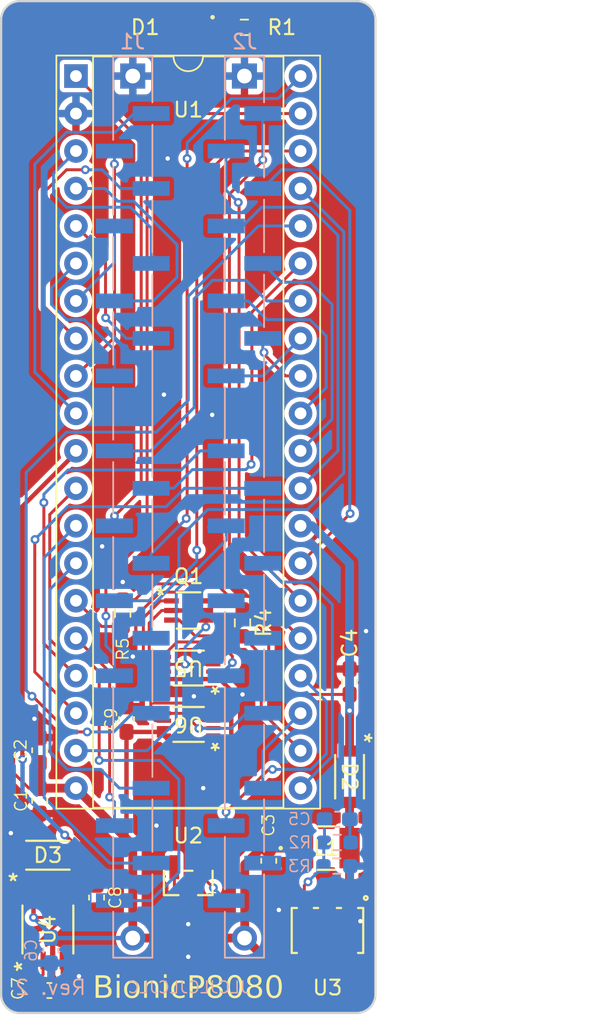
<source format=kicad_pcb>
(kicad_pcb (version 20240108) (generator "pcbnew") (generator_version "8.0")
  (title_block (title "BionicP8080") (date "2025-03-05") (rev "2") (company "Tadashi G. Takaoka"))
  (layers (0 "F.Cu" signal) (31 "B.Cu" signal) (34 "B.Paste" user) (35 "F.Paste" user) (36 "B.SilkS" user "B.Silkscreen") (37 "F.SilkS" user "F.Silkscreen") (38 "B.Mask" user) (39 "F.Mask" user) (44 "Edge.Cuts" user))
  (net 0 "")
  (net 1 "VCC")
  (net 2 "GND")
  (net 3 "/P53")
  (net 4 "/P26")
  (net 5 "/P27")
  (net 6 "/P47")
  (net 7 "/P46")
  (net 8 "/P25")
  (net 9 "/P24")
  (net 10 "/P23")
  (net 11 "/P22")
  (net 12 "/P21")
  (net 13 "/P20")
  (net 14 "/P34")
  (net 15 "/P35")
  (net 16 "/P17")
  (net 17 "/P36")
  (net 18 "/P16")
  (net 19 "/P15")
  (net 20 "/P14")
  (net 21 "/P41")
  (net 22 "/P13")
  (net 23 "/P42")
  (net 24 "/P12")
  (net 25 "/P11")
  (net 26 "+12V")
  (net 27 "/P10")
  (net 28 "Net-(U3-IN-)")
  (net 29 "/P33")
  (net 30 "/P32")
  (net 31 "/P31")
  (net 32 "/P30")
  (net 33 "/P51")
  (net 34 "/P55")
  (net 35 "/P43")
  (net 36 "/P52")
  (net 37 "/P54")
  (net 38 "/P50")
  (net 39 "/P37")
  (net 40 "Net-(D1-K)")
  (net 41 "/P40")
  (net 42 "Net-(J2-P57)")
  (net 44 "/dcdc-5v/-5V")
  (net 45 "Net-(D2-A)")
  (net 48 "Net-(Q1B-D2)")
  (net 49 "Net-(Q1B-S2)")
  (net 50 "Net-(Q1A-S1)")
  (net 51 "Net-(Q1A-D1)")
  (net 52 "unconnected-(C7-Pad2)")
  (net 53 "unconnected-(C7-Pad1)")
  (footprint "murata:CR_60M-60_ROM-M" (layer "F.Cu") (at 104.175 127.8866)
    (property "Reference" "D3")
    (property "Value" "30V/1A")
  )
  (footprint "Capacitor_SMD:C_0603_1608Metric_Pad1.08x0.95mm_HandSolder" (layer "F.Cu") (at 124.6474 116.1275 90)
    (property "Reference" "C4")
    (property "Value" "22uF/16V")
  )
  (footprint "Resistor_SMD:R_0603_1608Metric_Pad0.98x0.95mm_HandSolder" (layer "F.Cu") (at 117.51 71.778)
    (property "Reference" "R1")
    (property "Value" "1.6k")
  )
  (footprint "bionic:DIP-40_W15.24mm_Socket" (layer "F.Cu") (at 106.08 75.08)
    (property "Reference" "U1")
    (property "Value" "P8080A")
  )
  (footprint "nexperia:U_SOT765-1_NEX-M" (layer "F.Cu") (at 113.7254 115.2002 180)
    (property "Reference" "U5")
    (property "Value" "74AHCT2G126")
  )
  (footprint "nisshinbo:SOT-89-5_NMD-M" (layer "F.Cu") (at 123.1474 132.987 180)
    (property "Reference" "U3")
    (property "Value" "NJW4132")
  )
  (footprint "Resistor_SMD:R_0603_1608Metric_Pad0.98x0.95mm_HandSolder" (layer "F.Cu") (at 109.255 111.4801 -90)
    (property "Reference" "R5")
    (property "Value" "750")
  )
  (footprint "nisshinbo:MSOP8VSP8_PI-VSP8-E-B_NMD-M" (layer "F.Cu") (at 104.175 132.92215 90)
    (property "Reference" "U4")
    (property "Value" "NJW4191")
  )
  (footprint "murata:IND_DFE322512F_MUR-M" (layer "F.Cu") (at 123.0726 127.404)
    (property "Reference" "L1")
    (property "Value" "10uH/3A")
  )
  (footprint "rhom:LED_CSL1901UW1_ROM-M" (layer "F.Cu") (at 113.7 71.778 180)
    (property "Reference" "D1")
    (property "Value" "CSL1901UW1")
  )
  (footprint "microchip:SOT-23_MC_MCH-M" (layer "F.Cu") (at 113.7 129.7654 180)
    (property "Reference" "U2")
    (property "Value" "11AA010-I/TT")
  )
  (footprint "Capacitor_SMD:C_0603_1608Metric_Pad1.08x0.95mm_HandSolder" (layer "F.Cu") (at 107.477 130.7568 -90)
    (property "Reference" "C8")
    (property "Value" "1u/50V")
  )
  (footprint "Capacitor_SMD:C_0603_1608Metric_Pad1.08x0.95mm_HandSolder" (layer "F.Cu") (at 119.161 128.2665 -90)
    (property "Reference" "C3")
    (property "Value" "10uF/50V")
  )
  (footprint "Capacitor_SMD:C_0603_1608Metric_Pad1.08x0.95mm_HandSolder" (layer "F.Cu") (at 104.2777 137.056)
    (property "Reference" "C7")
    (property "Value" "1u/50V")
  )
  (footprint "Capacitor_SMD:C_0603_1608Metric_Pad1.08x0.95mm_HandSolder" (layer "F.Cu") (at 103.6162 120.7735 90)
    (property "Reference" "C2")
    (property "Value" "22u")
  )
  (footprint "murata:CR_60M-60_ROM-M" (layer "F.Cu") (at 124.6474 122.5653 -90)
    (property "Reference" "D2")
    (property "Value" "30V/1A")
  )
  (footprint "onsemi:SC-88&slash_SC70-6&slash_SOT-363_419B-02_ONS_OSI-M" (layer "F.Cu") (at 113.7254 111.3004)
    (property "Reference" "Q1")
    (property "Value" "2N7002DW")
  )
  (footprint "nexperia:U_SOT765-1_NEX-M" (layer "F.Cu") (at 113.7254 119.022 180)
    (property "Reference" "U6")
    (property "Value" "74AHCT2G126")
  )
  (footprint "Capacitor_SMD:C_0603_1608Metric_Pad1.08x0.95mm_HandSolder" (layer "F.Cu") (at 109.509 118.6675 90)
    (property "Reference" "C9")
    (property "Value" "0.1u")
  )
  (footprint "Capacitor_SMD:C_0603_1608Metric_Pad1.08x0.95mm_HandSolder" (layer "F.Cu") (at 103.6162 124.2025 -90)
    (property "Reference" "C1")
    (property "Value" "0.1u")
  )
  (footprint "Resistor_SMD:R_0603_1608Metric_Pad0.98x0.95mm_HandSolder" (layer "F.Cu") (at 117.383 112.1405 -90)
    (property "Reference" "R4")
    (property "Value" "750")
  )
  (footprint "Capacitor_SMD:C_0603_1608Metric_Pad1.08x0.95mm_HandSolder" (layer "B.Cu") (at 123.8092 125.4482 180)
    (property "Reference" "C5")
    (property "Value" "15pF")
  )
  (footprint "Capacitor_SMD:C_0603_1608Metric_Pad1.08x0.95mm_HandSolder" (layer "B.Cu") (at 104.3782 134.3382 -90)
    (property "Reference" "C6")
    (property "Value" "1u/50V")
  )
  (footprint "Resistor_SMD:R_0603_1608Metric_Pad0.98x0.95mm_HandSolder" (layer "B.Cu") (at 123.8092 127.023 180)
    (property "Reference" "R2")
    (property "Value" "220k")
  )
  (footprint "Resistor_SMD:R_0603_1608Metric_Pad0.98x0.95mm_HandSolder" (layer "B.Cu") (at 123.7857 128.6232)
    (property "Reference" "R3")
    (property "Value" "20k")
  )
  (footprint "bionic:Bionic-P245_SMT" (layer "B.Cu") (at 117.5354 104.29 180)
    (property "Reference" "J2")
    (property "Value" "Bionic-P245")
  )
  (footprint "bionic:Bionic-P135_SMT" (layer "B.Cu") (at 109.9154 104.29 180)
    (property "Reference" "J1")
    (property "Value" "Bionic-P135")
  )
  (gr_line (start 101 71.27) (end 101 137.31) (stroke (width 0.15)) (layer "Edge.Cuts"))
  (gr_arc (start 102.27 138.58) (mid 101.371974 138.208026) (end 101 137.31) (stroke (width 0.15)) (layer "Edge.Cuts"))
  (gr_line (start 102.27 138.58) (end 125.13 138.58) (stroke (width 0.15)) (layer "Edge.Cuts"))
  (gr_arc (start 125.13 70) (mid 126.028026 70.371974) (end 126.4 71.27) (stroke (width 0.15)) (layer "Edge.Cuts"))
  (gr_arc (start 126.4 137.31) (mid 126.028026 138.208026) (end 125.13 138.58) (stroke (width 0.15)) (layer "Edge.Cuts"))
  (gr_line (start 126.4 137.31) (end 126.4 71.27) (stroke (width 0.15)) (layer "Edge.Cuts"))
  (gr_arc (start 101 71.27) (mid 101.371974 70.371974) (end 102.27 70) (stroke (width 0.15)) (layer "Edge.Cuts"))
  (gr_line (start 125.13 70) (end 102.27 70) (stroke (width 0.15)) (layer "Edge.Cuts"))
  (gr_text "JLCJLCJLCJLC" (at 113.7 137.31 0) (layer "B.SilkS") (effects (font (size 0.8 0.8)) (justify bottom mirror)))
  (gr_text "Rev. 2" (at 106.842 137.437 0) (layer "B.SilkS") (effects (font (size 1 1)) (justify left bottom mirror)))
  (gr_text "BionicP8080" (at 113.7 136.929 0) (layer "F.SilkS") (effects (font (size 1.5 1.5))))
  (segment (start 111.8966 111.3004) (end 111.052 112.145) (width 0.2) (layer "F.Cu") (net 1))
  (segment (start 112.049 115.9504) (end 115.8354 115.9504) (width 0.3) (layer "F.Cu") (net 1))
  (segment (start 112.5688 120.292) (end 112.049 119.7722) (width 0.3) (layer "F.Cu") (net 1))
  (segment (start 112.7602 133.5) (end 112.7602 128.7096) (width 0.2) (layer "F.Cu") (net 1))
  (segment (start 117.5354 133.5) (end 117.5354 128.5216) (width 0.6) (layer "F.Cu") (net 1))
  (segment (start 109.509 119.53) (end 111.806811 119.53) (width 0.3) (layer "F.Cu") (net 1))
  (segment (start 103.200001 130.89645) (end 103.200001 131.07425) (width 0.3) (layer "F.Cu") (net 1))
  (segment (start 109.9362 127.1962) (end 109.9362 133.5) (width 0.6) (layer "F.Cu") (net 1))
  (segment (start 116.113 120.292) (end 115.478 120.292) (width 0.3) (layer "F.Cu") (net 1))
  (segment (start 106.08 123.34) (end 103.6162 123.34) (width 0.6) (layer "F.Cu") (net 1))
  (segment (start 124.6474 136.1416) (end 124.6474 134.937) (width 0.6) (layer "F.Cu") (net 1))
  (segment (start 121.6474 134.937) (end 121.6502 134.9398) (width 0.2) (layer "F.Cu") (net 1))
  (segment (start 104.202299 132.103) (end 104.500001 131.805298) (width 0.2) (layer "F.Cu") (net 1))
  (segment (start 117.5354 128.5216) (end 118.653 127.404) (width 0.6) (layer "F.Cu") (net 1))
  (segment (start 104.683 71.778) (end 101.8536 74.6074) (width 0.2) (layer "F.Cu") (net 1))
  (segment (start 116.621 119.784) (end 116.113 120.292) (width 0.3) (layer "F.Cu") (net 1))
  (segment (start 111.806811 119.53) (end 112.049 119.772189) (width 0.3) (layer "F.Cu") (net 1))
  (segment (start 103.6162 123.34) (end 103.6162 121.636) (width 0.6) (layer "F.Cu") (net 1))
  (segment (start 123.86 136.929) (end 124.6474 136.1416) (width 0.6) (layer "F.Cu") (net 1))
  (segment (start 120.9644 136.929) (end 123.86 136.929) (width 0.6) (layer "F.Cu") (net 1))
  (segment (start 112.8237 71.778) (end 104.683 71.778) (width 0.2) (layer "F.Cu") (net 1))
  (segment (start 121.6502 134.9398) (end 121.6502 136.929) (width 0.2) (layer "F.Cu") (net 1))
  (segment (start 109.509 126.769) (end 109.509 119.53) (width 0.3) (layer "F.Cu") (net 1))
  (segment (start 109.9362 127.1962) (end 106.08 123.34) (width 0.6) (layer "F.Cu") (net 1))
  (segment (start 101.8536 74.6074) (end 101.8536 122.314) (width 0.2) (layer "F.Cu") (net 1))
  (segment (start 115.8354 115.9504) (end 116.621 116.736) (width 0.3) (layer "F.Cu") (net 1))
  (segment (start 111.517389 115.950389) (end 112.049 115.950389) (width 0.2) (layer "F.Cu") (net 1))
  (segment (start 112.049 119.772189) (end 112.049 119.272063) (width 0.3) (layer "F.Cu") (net 1))
  (segment (start 112.7602 133.5) (end 109.9362 133.5) (width 0.6) (layer "F.Cu") (net 1))
  (segment (start 117.5354 133.5) (end 117.51 133.5) (width 0.2) (layer "F.Cu") (net 1))
  (segment (start 102.8796 123.34) (end 103.6162 123.34) (width 0.2) (layer "F.Cu") (net 1))
  (segment (start 115.4018 119.772189) (end 115.4018 120.2158) (width 0.2) (layer "F.Cu") (net 1))
  (segment (start 117.5354 133.5) (end 120.9644 136.929) (width 0.6) (layer "F.Cu") (net 1))
  (segment (start 115.478 120.292) (end 112.5688 120.292) (width 0.3) (layer "F.Cu") (net 1))
  (segment (start 116.621 116.736) (end 116.621 119.784) (width 0.3) (layer "F.Cu") (net 1))
  (segment (start 117.51 133.5) (end 112.7602 133.5) (width 0.6) (layer "F.Cu") (net 1))
  (segment (start 111.052 115.485) (end 111.517389 115.950389) (width 0.2) (layer "F.Cu") (net 1))
  (segment (start 112.049 115.4503) (end 112.049 115.9504) (width 0.3) (layer "F.Cu") (net 1))
  (segment (start 112.557 111.3004) (end 111.8966 111.3004) (width 0.2) (layer "F.Cu") (net 1))
  (segment (start 104.500001 131.805298) (end 104.500001 130.8203) (width 0.2) (layer "F.Cu") (net 1))
  (segment (start 114.8938 111.3004) (end 112.557 111.3004) (width 0.3) (layer "F.Cu") (net 1))
  (segment (start 103.200001 132.103) (end 103.200001 130.8203) (width 0.3) (layer "F.Cu") (net 1))
  (segment (start 109.9362 127.1962) (end 109.509 126.769) (width 0.3) (layer "F.Cu") (net 1))
  (segment (start 112.7602 128.7096) (end 112.75 128.6994) (width 0.2) (layer "F.Cu") (net 1))
  (segment (start 111.052 112.145) (end 111.052 115.485) (width 0.2) (layer "F.Cu") (net 1))
  (segment (start 118.653 127.404) (end 121.4978 127.404) (width 0.6) (layer "F.Cu") (net 1))
  (segment (start 115.4018 120.2158) (end 115.478 120.292) (width 0.2) (layer "F.Cu") (net 1))
  (segment (start 103.200001 132.103) (end 104.202299 132.103) (width 0.2) (layer "F.Cu") (net 1))
  (segment (start 101.8536 122.314) (end 102.8796 123.34) (width 0.2) (layer "F.Cu") (net 1))
  (via (at 103.200001 132.103) (size 0.6) (drill 0.3) (layers "F.Cu" "B.Cu") (net 1))
  (segment (start 104.597001 133.5) (end 109.9154 133.5) (width 0.3) (layer "B.Cu") (net 1))
  (segment (start 103.200001 132.103) (end 104.597001 133.5) (width 0.3) (layer "B.Cu") (net 1))
  (segment (start 114.843011 114.450011) (end 115.4018 114.450011) (width 0.3) (layer "F.Cu") (net 2))
  (segment (start 115.4018 118.271811) (end 115.4018 117.7012) (width 0.3) (layer "F.Cu") (net 2))
  (segment (start 114.462 114.069) (end 114.843011 114.450011) (width 0.3) (layer "F.Cu") (net 2))
  (via (at 101.6604 126.388) (size 0.6) (drill 0.3) (layers "F.Cu" "B.Cu") (net 2))
  (via (at 112.049 96.67) (size 0.6) (drill 0.3) (layers "F.Cu" "B.Cu") (net 2))
  (via (at 114.462 114.069) (size 0.6) (drill 0.3) (layers "F.Cu" "B.Cu") (net 2))
  (via (at 125.384 132.357) (size 0.6) (drill 0.3) (layers "F.Cu" "B.Cu") (net 2))
  (via (at 125.765 112.6974) (size 0.6) (drill 0.3) (layers "F.Cu" "B.Cu") (net 2))
  (via (at 114.716 123.34) (size 0.6) (drill 0.3) (layers "F.Cu" "B.Cu") (net 2))
  (via (at 111.541 125.88) (size 0.6) (drill 0.3) (layers "F.Cu" "B.Cu") (net 2))
  (via (at 113.7 134.77) (size 0.6) (drill 0.3) (layers "F.Cu" "B.Cu") (net 2))
  (via (at 106.2832 136.0908) (size 0.6) (drill 0.3) (layers "F.Cu" "B.Cu") (net 2))
  (via (at 109.255 109.37) (size 0.6) (drill 0.3) (layers "F.Cu" "B.Cu") (net 2))
  (via (at 107.858 106.957) (size 0.6) (drill 0.3) (layers "F.Cu" "B.Cu") (net 2))
  (via (at 109.9408 114.4246) (size 0.6) (drill 0.3) (layers "F.Cu" "B.Cu") (net 2))
  (via (at 119.8468 131.595) (size 0.6) (drill 0.3) (layers "F.Cu" "B.Cu") (net 2))
  (via (at 117.383 116.99) (size 0.6) (drill 0.3) (layers "F.Cu" "B.Cu") (net 2))
  (via (at 112.303 80.668) (size 0.6) (drill 0.3) (layers "F.Cu" "B.Cu") (net 2))
  (via (at 115.3256 98.0416) (size 0.6) (drill 0.3) (layers "F.Cu" "B.Cu") (net 2))
  (via (at 103.2606 118.641) (size 0.6) (drill 0.3) (layers "F.Cu" "B.Cu") (net 2))
  (via (at 113.7 132.5602) (size 0.6) (drill 0.3) (layers "F.Cu" "B.Cu") (net 2))
  (via (at 114.081 117.117) (size 0.6) (drill 0.3) (layers "F.Cu" "B.Cu") (net 2))
  (segment (start 105.4958 114.45) (end 104.302 113.2562) (width 0.2) (layer "F.Cu") (net 3))
  (segment (start 106.6388 114.45) (end 105.4958 114.45) (width 0.2) (layer "F.Cu") (net 3))
  (segment (start 107.6548 121.4604) (end 107.6548 115.466) (width 0.2) (layer "F.Cu") (net 3))
  (segment (start 104.302 104.798) (end 106.08 103.02) (width 0.2) (layer "F.Cu") (net 3))
  (segment (start 107.6548 115.466) (end 106.6388 114.45) (width 0.2) (layer "F.Cu") (net 3))
  (segment (start 104.302 113.2562) (end 104.302 104.798) (width 0.2) (layer "F.Cu") (net 3))
  (via (at 107.6548 121.4604) (size 0.6) (drill 0.3) (layers "F.Cu" "B.Cu") (net 3))
  (segment (start 111.7696 121.4604) (end 113.065 122.7558) (width 0.2) (layer "B.Cu") (net 3))
  (segment (start 107.6548 121.4604) (end 111.7696 121.4604) (width 0.2) (layer "B.Cu") (net 3))
  (segment (start 113.065 122.7558) (end 113.065 129.055) (width 0.2) (layer "B.Cu") (net 3))
  (segment (start 113.065 129.055) (end 111.16 130.96) (width 0.2) (layer "B.Cu") (net 3))
  (segment (start 111.16 130.96) (end 108.6916 130.96) (width 0.2) (layer "B.Cu") (net 3))
  (segment (start 118.8435 93.8125) (end 118.8435 93.9395) (width 0.2) (layer "F.Cu") (net 4))
  (segment (start 120.304 95.4) (end 121.32 95.4) (width 0.2) (layer "F.Cu") (net 4))
  (segment (start 118.8435 93.9395) (end 120.304 95.4) (width 0.2) (layer "F.Cu") (net 4))
  (via (at 118.8435 93.8125) (size 0.6) (drill 0.3) (layers "F.Cu" "B.Cu") (net 4))
  (segment (start 118.8435 93.8125) (end 118.7592 93.7282) (width 0.2) (layer "B.Cu") (net 4))
  (segment (start 118.7592 93.7282) (end 118.7592 92.86) (width 0.2) (layer "B.Cu") (net 4))
  (segment (start 121.32 92.86) (end 118.78 95.4) (width 0.2) (layer "B.Cu") (net 5))
  (segment (start 118.78 95.4) (end 116.27 95.4) (width 0.2) (layer "B.Cu") (net 5))
  (segment (start 114.418433 119.290666) (end 114.437036 119.272063) (width 0.2) (layer "F.Cu") (net 6))
  (segment (start 114.418433 119.290666) (end 113.399567 118.2718) (width 0.2) (layer "F.Cu") (net 6))
  (segment (start 113.399567 118.2718) (end 112.049 118.2718) (width 0.2) (layer "F.Cu") (net 6))
  (segment (start 114.437036 119.272063) (end 115.4018 119.272063) (width 0.2) (layer "F.Cu") (net 6))
  (via (at 114.418433 119.290666) (size 0.6) (drill 0.3) (layers "F.Cu" "B.Cu") (net 6))
  (segment (start 116.606334 119.290666) (end 117.637 118.26) (width 0.2) (layer "B.Cu") (net 6))
  (segment (start 114.418433 119.290666) (end 116.606334 119.290666) (width 0.2) (layer "B.Cu") (net 6))
  (segment (start 117.637 118.26) (end 118.7592 118.26) (width 0.2) (layer "B.Cu") (net 6))
  (segment (start 116.6947 114.879537) (end 116.123937 115.4503) (width 0.2) (layer "F.Cu") (net 7))
  (segment (start 115.732 113.434) (end 112.938 113.434) (width 0.2) (layer "F.Cu") (net 7))
  (segment (start 116.6947 114.831) (end 116.6947 114.879537) (width 0.2) (layer "F.Cu") (net 7))
  (segment (start 112.938 113.434) (end 112.049 114.323) (width 0.2) (layer "F.Cu") (net 7))
  (segment (start 116.123937 115.4503) (end 115.4018 115.4503) (width 0.2) (layer "F.Cu") (net 7))
  (segment (start 116.6947 114.3967) (end 115.732 113.434) (width 0.2) (layer "F.Cu") (net 7))
  (segment (start 112.049 114.323) (end 112.049 114.45) (width 0.2) (layer "F.Cu") (net 7))
  (segment (start 116.6947 114.831) (end 116.6947 114.3967) (width 0.2) (layer "F.Cu") (net 7))
  (via (at 116.6947 114.831) (size 0.6) (drill 0.3) (layers "F.Cu" "B.Cu") (net 7))
  (segment (start 116.27 115.2557) (end 116.27 115.72) (width 0.2) (layer "B.Cu") (net 7))
  (segment (start 116.6947 114.831) (end 116.27 115.2557) (width 0.2) (layer "B.Cu") (net 7))
  (segment (start 119.034 91.59) (end 117.764 90.32) (width 0.2) (layer "B.Cu") (net 8))
  (segment (start 123.06 96.2) (end 123.06 92.695) (width 0.2) (layer "B.Cu") (net 8))
  (segment (start 117.764 90.32) (end 116.27 90.32) (width 0.2) (layer "B.Cu") (net 8))
  (segment (start 121.955 91.59) (end 119.034 91.59) (width 0.2) (layer "B.Cu") (net 8))
  (segment (start 121.32 97.94) (end 123.06 96.2) (width 0.2) (layer "B.Cu") (net 8))
  (segment (start 123.06 92.695) (end 121.955 91.59) (width 0.2) (layer "B.Cu") (net 8))
  (segment (start 123.46 90.555) (end 121.955 89.05) (width 0.2) (layer "B.Cu") (net 9))
  (segment (start 120.0292 89.05) (end 118.7592 87.78) (width 0.2) (layer "B.Cu") (net 9))
  (segment (start 121.955 89.05) (end 120.0292 89.05) (width 0.2) (layer "B.Cu") (net 9))
  (segment (start 123.46 98.34) (end 123.46 90.555) (width 0.2) (layer "B.Cu") (net 9))
  (segment (start 121.32 100.48) (end 123.46 98.34) (width 0.2) (layer "B.Cu") (net 9))
  (segment (start 123.86 85.875) (end 123.86 100.48) (width 0.2) (layer "B.Cu") (net 10))
  (segment (start 116.27 85.24) (end 117.4084 85.24) (width 0.2) (layer "B.Cu") (net 10))
  (segment (start 117.4084 85.24) (end 118.6784 83.97) (width 0.2) (layer "B.Cu") (net 10))
  (segment (start 121.955 83.97) (end 123.86 85.875) (width 0.2) (layer "B.Cu") (net 10))
  (segment (start 123.86 100.48) (end 121.32 103.02) (width 0.2) (layer "B.Cu") (net 10))
  (segment (start 118.6784 83.97) (end 121.955 83.97) (width 0.2) (layer "B.Cu") (net 10))
  (segment (start 124.6855 104.7345) (end 121.32 108.1) (width 0.2) (layer "F.Cu") (net 11))
  (via (at 124.6855 104.7345) (size 0.6) (drill 0.3) (layers "F.Cu" "B.Cu") (net 11))
  (segment (start 120.0246 81.43) (end 118.7592 82.6954) (width 0.2) (layer "B.Cu") (net 11))
  (segment (start 118.7592 82.6954) (end 118.7592 82.7) (width 0.2) (layer "B.Cu") (net 11))
  (segment (start 121.9042 81.43) (end 120.0246 81.43) (width 0.2) (layer "B.Cu") (net 11))
  (segment (start 124.66 104.709) (end 124.66 84.1858) (width 0.2) (layer "B.Cu") (net 11))
  (segment (start 124.66 84.1858) (end 121.9042 81.43) (width 0.2) (layer "B.Cu") (net 11))
  (segment (start 124.6855 104.7345) (end 124.66 104.709) (width 0.2) (layer "B.Cu") (net 11))
  (segment (start 117.1473 106.4673) (end 121.32 110.64) (width 0.2) (layer "F.Cu") (net 12))
  (segment (start 117.1473 83.69665) (end 117.1473 106.4673) (width 0.2) (layer "F.Cu") (net 12))
  (segment (start 117.094 83.64335) (end 117.1473 83.69665) (width 0.2) (layer "F.Cu") (net 12))
  (via (at 117.094 83.64335) (size 0.6) (drill 0.3) (layers "F.Cu" "B.Cu") (net 12))
  (segment (start 117.094 83.64335) (end 116.2654 82.81475) (width 0.2) (layer "B.Cu") (net 12))
  (segment (start 116.2654 80.1646) (end 116.27 80.16) (width 0.2) (layer "B.Cu") (net 12))
  (segment (start 116.2654 82.81475) (end 116.2654 80.1646) (width 0.2) (layer "B.Cu") (net 12))
  (segment (start 118.7592 80.8158) (end 116.494 83.081) (width 0.2) (layer "F.Cu") (net 13))
  (segment (start 116.494 108.354) (end 121.32 113.18) (width 0.2) (layer "F.Cu") (net 13))
  (segment (start 118.7592 80.76) (end 118.7592 80.8158) (width 0.2) (layer "F.Cu") (net 13))
  (segment (start 116.494 83.081) (end 116.494 108.354) (width 0.2) (layer "F.Cu") (net 13))
  (via (at 118.7592 80.76) (size 0.6) (drill 0.3) (layers "F.Cu" "B.Cu") (net 13))
  (segment (start 118.7592 80.76) (end 118.7592 77.62) (width 0.2) (layer "B.Cu") (net 13))
  (segment (start 108.6916 110.64) (end 111.033 110.64) (width 0.2) (layer "B.Cu") (net 14))
  (segment (start 113.065 108.608) (end 113.065 106.41) (width 0.2) (layer "B.Cu") (net 14))
  (segment (start 121.785 104.46) (end 124.26 101.985) (width 0.2) (layer "B.Cu") (net 14))
  (segment (start 111.033 110.64) (end 113.065 108.608) (width 0.2) (layer "B.Cu") (net 14))
  (segment (start 113.065 106.41) (end 115.015 104.46) (width 0.2) (layer "B.Cu") (net 14))
  (segment (start 124.26 85.64) (end 121.32 82.7) (width 0.2) (layer "B.Cu") (net 14))
  (segment (start 124.26 101.985) (end 124.26 85.64) (width 0.2) (layer "B.Cu") (net 14))
  (segment (start 115.015 104.46) (end 121.785 104.46) (width 0.2) (layer "B.Cu") (net 14))
  (segment (start 116.494 80.16) (end 121.32 80.16) (width 0.2) (layer "F.Cu") (net 15))
  (segment (start 114.2806 107.211) (end 114.2806 82.3734) (width 0.2) (layer "F.Cu") (net 15))
  (segment (start 114.2806 82.3734) (end 116.494 80.16) (width 0.2) (layer "F.Cu") (net 15))
  (via (at 114.2806 107.211) (size 0.6) (drill 0.3) (layers "F.Cu" "B.Cu") (net 15))
  (segment (start 111.1808 111.057886) (end 111.1808 113.18) (width 0.2) (layer "B.Cu") (net 15))
  (segment (start 114.2806 107.958086) (end 111.1808 111.057886) (width 0.2) (layer "B.Cu") (net 15))
  (segment (start 114.2806 107.211) (end 114.2806 107.958086) (width 0.2) (layer "B.Cu") (net 15))
  (segment (start 106.6388 91.59) (end 108.6916 93.6428) (width 0.2) (layer "B.Cu") (net 16))
  (segment (start 108.6916 93.6428) (end 108.6916 95.4) (width 0.2) (layer "B.Cu") (net 16))
  (segment (start 104.429 90.564635) (end 105.454365 91.59) (width 0.2) (layer "B.Cu") (net 16))
  (segment (start 104.429 89.431) (end 104.429 90.564635) (width 0.2) (layer "B.Cu") (net 16))
  (segment (start 105.454365 91.59) (end 106.6388 91.59) (width 0.2) (layer "B.Cu") (net 16))
  (segment (start 106.08 87.78) (end 104.429 89.431) (width 0.2) (layer "B.Cu") (net 16))
  (segment (start 108.112 109.116) (end 110.906 106.322) (width 0.2) (layer "F.Cu") (net 17))
  (segment (start 110.906 106.322) (end 110.906 80.795) (width 0.2) (layer "F.Cu") (net 17))
  (segment (start 114.081 77.62) (end 121.32 77.62) (width 0.2) (layer "F.Cu") (net 17))
  (segment (start 108.112 111.6814) (end 108.112 109.116) (width 0.2) (layer "F.Cu") (net 17))
  (segment (start 110.906 80.795) (end 114.081 77.62) (width 0.2) (layer "F.Cu") (net 17))
  (via (at 108.112 111.6814) (size 0.6) (drill 0.3) (layers "F.Cu" "B.Cu") (net 17))
  (segment (start 108.6916 114.2676) (end 108.6916 115.72) (width 0.2) (layer "B.Cu") (net 17))
  (segment (start 108.112 113.688) (end 108.6916 114.2676) (width 0.2) (layer "B.Cu") (net 17))
  (segment (start 108.112 111.6814) (end 108.112 113.688) (width 0.2) (layer "B.Cu") (net 17))
  (segment (start 108.0962 91.463) (end 108.0866 91.4534) (width 0.2) (layer "F.Cu") (net 18))
  (segment (start 108.0866 87.2466) (end 106.08 85.24) (width 0.2) (layer "F.Cu") (net 18))
  (segment (start 108.0866 91.4534) (end 108.0866 87.2466) (width 0.2) (layer "F.Cu") (net 18))
  (via (at 108.0962 91.463) (size 0.6) (drill 0.3) (layers "F.Cu" "B.Cu") (net 18))
  (segment (start 109.4932 92.86) (end 111.1808 92.86) (width 0.2) (layer "B.Cu") (net 18))
  (segment (start 108.0962 91.463) (end 109.4932 92.86) (width 0.2) (layer "B.Cu") (net 18))
  (segment (start 111.3319 90.32) (end 108.6916 90.32) (width 0.2) (layer "B.Cu") (net 19))
  (segment (start 106.08 82.7) (end 108.0485 82.7) (width 0.2) (layer "B.Cu") (net 19))
  (segment (start 112.938 86.51) (end 112.938 88.7139) (width 0.2) (layer "B.Cu") (net 19))
  (segment (start 108.0485 82.7) (end 108.9121 83.5636) (width 0.2) (layer "B.Cu") (net 19))
  (segment (start 112.938 88.7139) (end 111.3319 90.32) (width 0.2) (layer "B.Cu") (net 19))
  (segment (start 109.9916 83.5636) (end 112.938 86.51) (width 0.2) (layer "B.Cu") (net 19))
  (segment (start 108.9121 83.5636) (end 109.9916 83.5636) (width 0.2) (layer "B.Cu") (net 19))
  (segment (start 105.454365 83.97) (end 109.7766 83.97) (width 0.2) (layer "B.Cu") (net 20))
  (segment (start 104.556 83.071635) (end 105.454365 83.97) (width 0.2) (layer "B.Cu") (net 20))
  (segment (start 104.556 81.684) (end 104.556 83.071635) (width 0.2) (layer "B.Cu") (net 20))
  (segment (start 111.1808 85.3742) (end 111.1808 87.78) (width 0.2) (layer "B.Cu") (net 20))
  (segment (start 109.7766 83.97) (end 111.1808 85.3742) (width 0.2) (layer "B.Cu") (net 20))
  (segment (start 106.08 80.16) (end 104.556 81.684) (width 0.2) (layer "B.Cu") (net 20))
  (segment (start 103.302 106.4904) (end 103.286 106.5064) (width 0.2) (layer "F.Cu") (net 21))
  (segment (start 103.286 106.5064) (end 103.286 115.466) (width 0.2) (layer "F.Cu") (net 21))
  (segment (start 103.286 115.466) (end 106.08 118.26) (width 0.2) (layer "F.Cu") (net 21))
  (via (at 103.302 106.4904) (size 0.6) (drill 0.3) (layers "F.Cu" "B.Cu") (net 21))
  (segment (start 112.2014 104.2646) (end 113.446 103.02) (width 0.2) (layer "B.Cu") (net 21))
  (segment (start 105.5118 104.2646) (end 112.2014 104.2646) (width 0.2) (layer "B.Cu") (net 21))
  (segment (start 103.302 106.4744) (end 105.5118 104.2646) (width 0.2) (layer "B.Cu") (net 21))
  (segment (start 113.446 103.02) (end 118.7592 103.02) (width 0.2) (layer "B.Cu") (net 21))
  (segment (start 103.302 106.4904) (end 103.302 106.4744) (width 0.2) (layer "B.Cu") (net 21))
  (segment (start 108.6916 87.7084) (end 108.6916 85.24) (width 0.2) (layer "B.Cu") (net 22))
  (segment (start 106.08 90.32) (end 108.6916 87.7084) (width 0.2) (layer "B.Cu") (net 22))
  (segment (start 116.27 106.534372) (end 116.27 105.56) (width 0.2) (layer "B.Cu") (net 23))
  (segment (start 110.906 120.8) (end 112.8872 118.8188) (width 0.2) (layer "B.Cu") (net 23))
  (segment (start 112.8872 109.917172) (end 116.27 106.534372) (width 0.2) (layer "B.Cu") (net 23))
  (segment (start 115.0806 105.640972) (end 115.0806 105.634086) (width 0.2) (layer "B.Cu") (net 23))
  (segment (start 106.08 120.8) (end 110.906 120.8) (width 0.2) (layer "B.Cu") (net 23))
  (segment (start 112.8872 118.8188) (end 112.8872 109.917172) (width 0.2) (layer "B.Cu") (net 23))
  (segment (start 115.0806 105.634086) (end 115.154686 105.56) (width 0.2) (layer "B.Cu") (net 23))
  (segment (start 105.445 81.43) (end 103.921 82.954) (width 0.2) (layer "F.Cu") (net 24))
  (segment (start 103.921 82.954) (end 103.921 90.701) (width 0.2) (layer "F.Cu") (net 24))
  (segment (start 103.921 90.701) (end 106.08 92.86) (width 0.2) (layer "F.Cu") (net 24))
  (segment (start 106.715 81.43) (end 105.445 81.43) (width 0.2) (layer "F.Cu") (net 24))
  (via (at 106.715 81.43) (size 0.6) (drill 0.3) (layers "F.Cu" "B.Cu") (net 24))
  (segment (start 107.858 81.43) (end 109.128 82.7) (width 0.2) (layer "B.Cu") (net 24))
  (segment (start 109.128 82.7) (end 111.1808 82.7) (width 0.2) (layer "B.Cu") (net 24))
  (segment (start 106.715 81.43) (end 107.858 81.43) (width 0.2) (layer "B.Cu") (net 24))
  (segment (start 108.6962 81.0536) (end 108.6962 92.7838) (width 0.2) (layer "F.Cu") (net 25))
  (segment (start 108.6962 92.7838) (end 106.08 95.4) (width 0.2) (layer "F.Cu") (net 25))
  (segment (start 108.6916 81.049) (end 108.6962 81.0536) (width 0.2) (layer "F.Cu") (net 25))
  (via (at 108.6916 81.049) (size 0.6) (drill 0.3) (layers "F.Cu" "B.Cu") (net 25))
  (segment (start 108.6916 81.049) (end 108.6916 80.16) (width 0.2) (layer "B.Cu") (net 25))
  (segment (start 115.605 109.497) (end 111.16 109.497) (width 0.2) (layer "F.Cu") (net 26))
  (segment (start 119.161 115.466) (end 119.161 113.053) (width 0.2) (layer "F.Cu") (net 26))
  (segment (start 124.6474 118.0822) (end 124.6474 120.8254) (width 0.2) (layer "F.Cu") (net 26))
  (segment (start 124.6474 116.99) (end 120.685 116.99) (width 0.2) (layer "F.Cu") (net 26))
  (segment (start 110.0894 110.5676) (end 109.255 110.5676) (width 0.2) (layer "F.Cu") (net 26))
  (segment (start 124.6474 120.8254) (end 124.6474 116.99) (width 0.6) (layer "F.Cu") (net 26))
  (segment (start 119.161 113.053) (end 115.605 109.497) (width 0.2) (layer "F.Cu") (net 26))
  (segment (start 120.685 116.99) (end 119.161 115.466) (width 0.2) (layer "F.Cu") (net 26))
  (segment (start 111.16 109.497) (end 110.0894 110.5676) (width 0.2) (layer "F.Cu") (net 26))
  (via (at 124.6474 118.0822) (size 0.6) (drill 0.3) (layers "F.Cu" "B.Cu") (net 26))
  (segment (start 124.6717 118.1065) (end 124.6717 125.4482) (width 0.2) (layer "B.Cu") (net 26))
  (segment (start 124.6474 118.0822) (end 124.6474 108.1) (width 0.6) (layer "B.Cu") (net 26))
  (segment (start 124.6474 108.1) (end 122.1074 105.56) (width 0.6) (layer "B.Cu") (net 26))
  (segment (start 124.7217 127.023) (end 124.6717 126.973) (width 0.2) (layer "B.Cu") (net 26))
  (segment (start 124.6717 126.973) (end 124.6717 125.4482) (width 0.2) (layer "B.Cu") (net 26))
  (segment (start 124.6474 118.0822) (end 124.6717 118.1065) (width 0.2) (layer "B.Cu") (net 26))
  (segment (start 122.1074 105.56) (end 121.32 105.56) (width 0.6) (layer "B.Cu") (net 26))
  (segment (start 106.08 97.94) (end 103.286 95.146) (width 0.2) (layer "B.Cu") (net 27))
  (segment (start 108.747 78.89) (end 110.017 77.62) (width 0.2) (layer "B.Cu") (net 27))
  (segment (start 110.017 77.62) (end 111.1808 77.62) (width 0.2) (layer "B.Cu") (net 27))
  (segment (start 105.445 78.89) (end 108.747 78.89) (width 0.2) (layer "B.Cu") (net 27))
  (segment (start 103.286 95.146) (end 103.286 81.049) (width 0.2) (layer "B.Cu") (net 27))
  (segment (start 103.286 81.049) (end 105.445 78.89) (width 0.2) (layer "B.Cu") (net 27))
  (segment (start 121.828 129.69) (end 121.574 129.944) (width 0.2) (layer "F.Cu") (net 28))
  (segment (start 121.574 129.944) (end 121.574 130.4374) (width 0.2) (layer "F.Cu") (net 28))
  (via (at 121.828 129.69) (size 0.6) (drill 0.3) (layers "F.Cu" "B.Cu") (net 28))
  (segment (start 122.8732 128.6232) (end 122.8967 128.5997) (width 0.2) (layer "B.Cu") (net 28))
  (segment (start 122.8967 128.5997) (end 122.8967 127.023) (width 0.2) (layer "B.Cu") (net 28))
  (segment (start 122.8732 128.6448) (end 122.8732 128.6232) (width 0.2) (layer "B.Cu") (net 28))
  (segment (start 122.8967 127.023) (end 122.9467 126.973) (width 0.2) (layer "B.Cu") (net 28))
  (segment (start 121.828 129.69) (end 122.8732 128.6448) (width 0.2) (layer "B.Cu") (net 28))
  (segment (start 122.9467 126.973) (end 122.9467 125.4482) (width 0.2) (layer "B.Cu") (net 28))
  (segment (start 113.6234 80.668) (end 113.6234 105.00307) (width 0.2) (layer "F.Cu") (net 29))
  (segment (start 113.6234 105.00307) (end 113.561035 105.065435) (width 0.2) (layer "F.Cu") (net 29))
  (via (at 113.561035 105.065435) (size 0.6) (drill 0.3) (layers "F.Cu" "B.Cu") (net 29))
  (via (at 113.6234 80.668) (size 0.6) (drill 0.3) (layers "F.Cu" "B.Cu") (net 29))
  (segment (start 119.796 76.604) (end 121.32 75.08) (width 0.2) (layer "B.Cu") (net 29))
  (segment (start 113.6234 80.668) (end 113.6234 79.6016) (width 0.2) (layer "B.Cu") (net 29))
  (segment (start 113.561035 105.089365) (end 111.1808 107.4696) (width 0.2) (layer "B.Cu") (net 29))
  (segment (start 113.6234 79.6016) (end 116.621 76.604) (width 0.2) (layer "B.Cu") (net 29))
  (segment (start 113.561035 105.065435) (end 113.561035 105.089365) (width 0.2) (layer "B.Cu") (net 29))
  (segment (start 116.621 76.604) (end 119.796 76.604) (width 0.2) (layer "B.Cu") (net 29))
  (segment (start 111.1808 107.4696) (end 111.1808 108.1) (width 0.2) (layer "B.Cu") (net 29))
  (segment (start 110.506 79.506) (end 106.08 75.08) (width 0.2) (layer "F.Cu") (net 30))
  (segment (start 108.6962 104.8996) (end 110.506 103.0898) (width 0.2) (layer "F.Cu") (net 30))
  (segment (start 110.506 103.0898) (end 110.506 79.506) (width 0.2) (layer "F.Cu") (net 30))
  (via (at 108.6962 104.8996) (size 0.6) (drill 0.3) (layers "F.Cu" "B.Cu") (net 30))
  (segment (start 108.6962 104.8996) (end 108.6916 104.9042) (width 0.2) (layer "B.Cu") (net 30))
  (segment (start 108.6916 104.9042) (end 108.6916 105.56) (width 0.2) (layer "B.Cu") (net 30))
  (segment (start 118.018 101.3436) (end 118.018 91.082) (width 0.2) (layer "F.Cu") (net 31))
  (segment (start 118.018 91.082) (end 121.32 87.78) (width 0.2) (layer "F.Cu") (net 31))
  (segment (start 117.9672 101.3944) (end 118.018 101.3436) (width 0.2) (layer "F.Cu") (net 31))
  (via (at 117.9672 101.3944) (size 0.6) (drill 0.3) (layers "F.Cu" "B.Cu") (net 31))
  (segment (start 117.9672 101.3944) (end 117.61 101.7516) (width 0.2) (layer "B.Cu") (net 31))
  (segment (start 117.61 101.7516) (end 113.9778 101.7516) (width 0.2) (layer "B.Cu") (net 31))
  (segment (start 113.9778 101.7516) (end 112.7094 103.02) (width 0.2) (layer "B.Cu") (net 31))
  (segment (start 112.7094 103.02) (end 111.1808 103.02) (width 0.2) (layer "B.Cu") (net 31))
  (segment (start 119.034 90.32) (end 117.637 88.923) (width 0.2) (layer "B.Cu") (net 32))
  (segment (start 117.637 88.923) (end 115.351 88.923) (width 0.2) (layer "B.Cu") (net 32))
  (segment (start 121.32 90.32) (end 119.034 90.32) (width 0.2) (layer "B.Cu") (net 32))
  (segment (start 114.1 90.174) (end 114.1 97.54) (width 0.2) (layer "B.Cu") (net 32))
  (segment (start 115.351 88.923) (end 114.1 90.174) (width 0.2) (layer "B.Cu") (net 32))
  (segment (start 114.1 97.54) (end 111.16 100.48) (width 0.2) (layer "B.Cu") (net 32))
  (segment (start 111.16 100.48) (end 108.6916 100.48) (width 0.2) (layer "B.Cu") (net 32))
  (segment (start 108.366 123.9496) (end 108.366 115.466) (width 0.2) (layer "F.Cu") (net 33))
  (segment (start 108.366 115.466) (end 106.08 113.18) (width 0.2) (layer "F.Cu") (net 33))
  (via (at 108.366 123.9496) (size 0.6) (drill 0.3) (layers "F.Cu" "B.Cu") (net 33))
  (segment (start 108.366 123.9496) (end 108.6916 124.2752) (width 0.2) (layer "B.Cu") (net 33))
  (segment (start 108.6916 124.2752) (end 108.6916 125.88) (width 0.2) (layer "B.Cu") (net 33))
  (segment (start 119.415 122.07) (end 119.161 122.07) (width 0.2) (layer "F.Cu") (net 34))
  (segment (start 119.161 122.07) (end 116.27 124.961) (width 0.2) (layer "F.Cu") (net 34))
  (via (at 119.415 122.07) (size 0.6) (drill 0.3) (layers "F.Cu" "B.Cu") (net 34))
  (via (at 116.27 124.961) (size 0.6) (drill 0.3) (layers "F.Cu" "B.Cu") (net 34))
  (segment (start 116.27 124.961) (end 116.27 125.88) (width 0.2) (layer "B.Cu") (net 34))
  (segment (start 123.079 121.015314) (end 123.079 117.479) (width 0.2) (layer "B.Cu") (net 34))
  (segment (start 119.415 122.07) (end 122.024314 122.07) (width 0.2) (layer "B.Cu") (net 34))
  (segment (start 122.024314 122.07) (end 123.079 121.015314) (width 0.2) (layer "B.Cu") (net 34))
  (segment (start 123.079 117.479) (end 121.32 115.72) (width 0.2) (layer "B.Cu") (net 34))
  (segment (start 123.479 121.181) (end 121.32 123.34) (width 0.2) (layer "B.Cu") (net 35))
  (segment (start 123.479 110.894) (end 123.479 121.181) (width 0.2) (layer "B.Cu") (net 35))
  (segment (start 121.955 109.37) (end 123.479 110.894) (width 0.2) (layer "B.Cu") (net 35))
  (segment (start 120.0292 109.37) (end 121.955 109.37) (width 0.2) (layer "B.Cu") (net 35))
  (segment (start 118.7592 108.1) (end 120.0292 109.37) (width 0.2) (layer "B.Cu") (net 35))
  (segment (start 103.921 107.719) (end 106.08 105.56) (width 0.2) (layer "B.Cu") (net 36))
  (segment (start 111.1808 128.42) (end 108.366 128.42) (width 0.2) (layer "B.Cu") (net 36))
  (segment (start 103.921 123.975) (end 103.921 107.719) (width 0.2) (layer "B.Cu") (net 36))
  (segment (start 108.366 128.42) (end 103.921 123.975) (width 0.2) (layer "B.Cu") (net 36))
  (segment (start 121.32 118.26) (end 118.7592 120.8208) (width 0.2) (layer "B.Cu") (net 37))
  (segment (start 118.7592 120.8208) (end 118.7592 123.34) (width 0.2) (layer "B.Cu") (net 37))
  (segment (start 109.0264 123.34) (end 107.7564 122.07) (width 0.2) (layer "B.Cu") (net 38))
  (segment (start 105.4958 122.07) (end 104.321 120.8952) (width 0.2) (layer "B.Cu") (net 38))
  (segment (start 107.7564 122.07) (end 105.4958 122.07) (width 0.2) (layer "B.Cu") (net 38))
  (segment (start 111.1808 123.34) (end 109.0264 123.34) (width 0.2) (layer "B.Cu") (net 38))
  (segment (start 104.321 109.859) (end 106.08 108.1) (width 0.2) (layer "B.Cu") (net 38))
  (segment (start 104.321 120.8952) (end 104.321 109.859) (width 0.2) (layer "B.Cu") (net 38))
  (segment (start 105.56225 119.53) (end 106.842 119.53) (width 0.2) (layer "F.Cu") (net 39))
  (segment (start 103.0978 117.117) (end 103.14925 117.117) (width 0.2) (layer "F.Cu") (net 39))
  (segment (start 103.14925 117.117) (end 105.56225 119.53) (width 0.2) (layer "F.Cu") (net 39))
  (via (at 106.842 119.53) (size 0.6) (drill 0.3) (layers "F.Cu" "B.Cu") (net 39))
  (via (at 103.0978 117.117) (size 0.6) (drill 0.3) (layers "F.Cu" "B.Cu") (net 39))
  (segment (start 108.6454 119.53) (end 109.9154 118.26) (width 0.2) (layer "B.Cu") (net 39))
  (segment (start 113.7 97.051) (end 111.541 99.21) (width 0.2) (layer "B.Cu") (net 39))
  (segment (start 109.9154 118.26) (end 111.1808 118.26) (width 0.2) (layer "B.Cu") (net 39))
  (segment (start 102.702 116.7212) (end 103.0978 117.117) (width 0.2) (layer "B.Cu") (net 39))
  (segment (start 121.32 85.24) (end 118.468315 85.24) (width 0.2) (layer "B.Cu") (net 39))
  (segment (start 113.7 90.008315) (end 113.7 97.051) (width 0.2) (layer "B.Cu") (net 39))
  (segment (start 102.702 101.953) (end 102.702 116.7212) (width 0.2) (layer "B.Cu") (net 39))
  (segment (start 111.541 99.21) (end 105.445 99.21) (width 0.2) (layer "B.Cu") (net 39))
  (segment (start 118.468315 85.24) (end 113.7 90.008315) (width 0.2) (layer "B.Cu") (net 39))
  (segment (start 106.842 119.53) (end 108.6454 119.53) (width 0.2) (layer "B.Cu") (net 39))
  (segment (start 105.445 99.21) (end 102.702 101.953) (width 0.2) (layer "B.Cu") (net 39))
  (segment (start 114.5763 71.778) (end 116.5975 71.778) (width 0.2) (layer "F.Cu") (net 40))
  (segment (start 103.902 103.9852) (end 103.902 113.542) (width 0.2) (layer "F.Cu") (net 41))
  (segment (start 103.902 113.542) (end 106.08 115.72) (width 0.2) (layer "F.Cu") (net 41))
  (via (at 103.902 103.9852) (size 0.6) (drill 0.3) (layers "F.Cu" "B.Cu") (net 41))
  (segment (start 103.902 103.42) (end 105.5466 101.7754) (width 0.2) (layer "B.Cu") (net 41))
  (segment (start 105.5466 101.7754) (end 113.2174 101.7754) (width 0.2) (layer "B.Cu") (net 41))
  (segment (start 114.5128 100.48) (end 116.27 100.48) (width 0.2) (layer "B.Cu") (net 41))
  (segment (start 113.2174 101.7754) (end 114.5128 100.48) (width 0.2) (layer "B.Cu") (net 41))
  (segment (start 103.902 103.9852) (end 103.902 103.42) (width 0.2) (layer "B.Cu") (net 41))
  (segment (start 114.65 129.34) (end 114.65 128.6994) (width 0.2) (layer "F.Cu") (net 42))
  (segment (start 115.4041 130.0941) (end 114.65 129.34) (width 0.2) (layer "F.Cu") (net 42))
  (via (at 115.4041 130.0941) (size 0.6) (drill 0.3) (layers "F.Cu" "B.Cu") (net 42))
  (segment (start 115.4041 130.0941) (end 116.27 130.96) (width 0.2) (layer "B.Cu") (net 42))
  (segment (start 105.149999 130.239001) (end 105.4947 129.8943) (width 0.3) (layer "F.Cu") (net 44))
  (segment (start 105.953 127.15) (end 105.953 129.8943) (width 0.3) (layer "F.Cu") (net 44))
  (segment (start 105.318 126.515) (end 105.953 127.15) (width 0.3) (layer "F.Cu") (net 44))
  (segment (start 106.08 100.607) (end 106.08 100.48) (width 0.3) (layer "F.Cu") (net 44))
  (segment (start 105.4947 129.8943) (end 107.477 129.8943) (width 0.3) (layer "F.Cu") (net 44))
  (segment (start 102.4478 104.2392) (end 106.08 100.607) (width 0.3) (layer "F.Cu") (net 44))
  (segment (start 105.149999 130.8203) (end 105.149999 130.239001) (width 0.3) (layer "F.Cu") (net 44))
  (segment (start 105.149999 132.194801) (end 103.200001 134.144799) (width 0.2) (layer "F.Cu") (net 44))
  (segment (start 105.149999 130.8203) (end 105.149999 132.194801) (width 0.2) (layer "F.Cu") (net 44))
  (segment (start 103.200001 134.144799) (end 103.200001 135.024) (width 0.2) (layer "F.Cu") (net 44))
  (segment (start 102.4536 121.3862) (end 102.4478 121.3804) (width 0.3) (layer "F.Cu") (net 44))
  (segment (start 102.4478 121.3804) (end 102.4478 104.2392) (width 0.3) (layer "F.Cu") (net 44))
  (via (at 102.4536 121.3862) (size 0.6) (drill 0.3) (layers "F.Cu" "B.Cu") (net 44))
  (via (at 105.318 126.515) (size 0.6) (drill 0.3) (layers "F.Cu" "B.Cu") (net 44))
  (segment (start 102.4536 123.6506) (end 102.4536 121.3862) (width 0.3) (layer "B.Cu") (net 44))
  (segment (start 105.318 126.515) (end 102.4536 123.6506) (width 0.3) (layer "B.Cu") (net 44))
  (segment (start 124.6474 124.3052) (end 124.6474 131.087) (width 0.6) (layer "F.Cu") (net 45))
  (segment (start 114.8938 110.650401) (end 114.396201 110.650401) (width 0.2) (layer "F.Cu") (net 48))
  (segment (start 111.7912 110.0558) (end 110.2202 111.6268) (width 0.2) (layer "F.Cu") (net 48))
  (segment (start 114.396201 110.650401) (end 113.8016 110.0558) (width 0.2) (layer "F.Cu") (net 48))
  (segment (start 106.08 110.64) (end 107.823 112.383) (width 0.2) (layer "F.Cu") (net 48))
  (segment (start 107.823 112.383) (end 109.464 112.383) (width 0.2) (layer "F.Cu") (net 48))
  (segment (start 113.8016 110.0558) (end 111.7912 110.0558) (width 0.2) (layer "F.Cu") (net 48))
  (segment (start 109.464 112.383) (end 110.2202 111.6268) (width 0.2) (layer "F.Cu") (net 48))
  (segment (start 115.4018 118.7719) (end 114.7199 118.7719) (width 0.2) (layer "F.Cu") (net 49))
  (segment (start 111.4619 118.7719) (end 111.16 118.47) (width 0.2) (layer "F.Cu") (net 49))
  (segment (start 112.049 118.7719) (end 111.4619 118.7719) (width 0.2) (layer "F.Cu") (net 49))
  (segment (start 114.7199 118.7719) (end 113.5222 117.5742) (width 0.2) (layer "F.Cu") (net 49))
  (segment (start 110.652 116.101) (end 110.652 111.8084) (width 0.2) (layer "F.Cu") (net 49))
  (segment (start 110.652 111.8084) (end 111.81 110.6504) (width 0.2) (layer "F.Cu") (net 49))
  (segment (start 111.81 110.6504) (end 112.557 110.6504) (width 0.2) (layer "F.Cu") (net 49))
  (segment (start 111.16 116.609) (end 110.652 116.101) (width 0.2) (layer "F.Cu") (net 49))
  (segment (start 111.16 118.47) (end 111.16 116.609) (width 0.2) (layer "F.Cu") (net 49))
  (segment (start 113.5222 117.5742) (end 111.16 117.5742) (width 0.2) (layer "F.Cu") (net 49))
  (segment (start 113.4872 114.9501) (end 115.4018 114.9501) (width 0.2) (layer "F.Cu") (net 50))
  (segment (start 114.8938 112.418) (end 114.8938 111.9504) (width 0.2) (layer "F.Cu") (net 50))
  (segment (start 112.049 114.9501) (end 113.4872 114.9501) (width 0.2) (layer "F.Cu") (net 50))
  (via (at 113.4872 114.9501) (size 0.6) (drill 0.3) (layers "F.Cu" "B.Cu") (net 50))
  (via (at 114.8938 112.418) (size 0.6) (drill 0.3) (layers "F.Cu" "B.Cu") (net 50))
  (segment (start 113.4872 114.9501) (end 113.4872 113.7738) (width 0.2) (layer "B.Cu") (net 50))
  (segment (start 114.843 112.418) (end 114.8938 112.418) (width 0.2) (layer "B.Cu") (net 50))
  (segment (start 113.4872 113.7738) (end 114.843 112.418) (width 0.2) (layer "B.Cu") (net 50))
  (segment (start 117.348 113.018) (end 118.653 114.323) (width 0.2) (layer "F.Cu") (net 51))
  (segment (start 118.653 114.323) (end 118.653 118.133) (width 0.2) (layer "F.Cu") (net 51))
  (segment (start 118.653 118.133) (end 121.32 120.8) (width 0.2) (layer "F.Cu") (net 51))
  (segment (start 114.1603 113.018) (end 117.348 113.018) (width 0.2) (layer "F.Cu") (net 51))
  (segment (start 112.557 111.9504) (end 113.0927 111.9504) (width 0.2) (layer "F.Cu") (net 51))
  (segment (start 113.0927 111.9504) (end 114.1603 113.018) (width 0.2) (layer "F.Cu") (net 51))
  (segment (start 105.1402 137.056) (end 105.1402 135.033799) (width 0.2) (layer "F.Cu") (net 52))
  (segment (start 105.1402 135.033799) (end 105.149999 135.024) (width 0.2) (layer "F.Cu") (net 52))
  (segment (start 103.4152 137.056) (end 103.4152 136.4061) (width 0.2) (layer "F.Cu") (net 53))
  (segment (start 103.849999 135.971301) (end 103.849999 135.024) (width 0.2) (layer "F.Cu") (net 53))
  (segment (start 103.4152 136.4061) (end 103.849999 135.971301) (width 0.2) (layer "F.Cu") (net 53))
  (zone (net 2) (net_name "GND") (layers "F&B.Cu") (connect_pads (clearance 0.3)) (min_thickness 0.2) (fill yes (thermal_gap 0.4) (thermal_bridge_width 0.5))
    (polygon (pts (xy 101 70) (xy 126.4 70) (xy 126.4 138.58) (xy 101 138.58)))
  )
)
</source>
